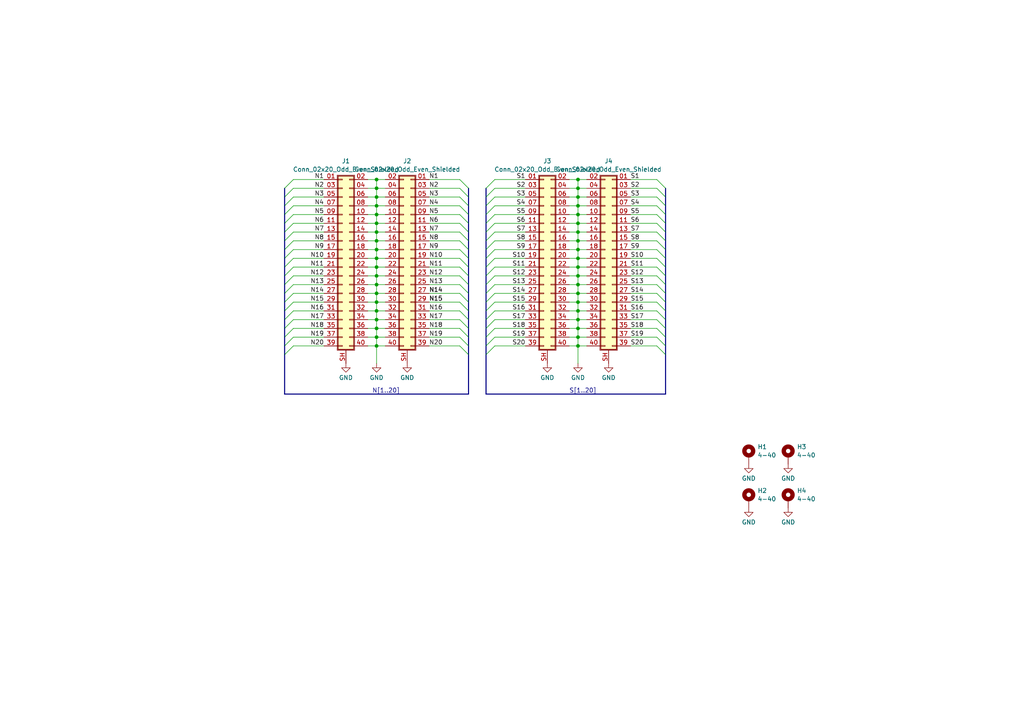
<source format=kicad_sch>
(kicad_sch (version 20230121) (generator eeschema)
  (paper "A4")
  (lib_symbols
    (symbol "Conn_02x20_Odd_Even_Shielded_1" (pin_names (offset 1.016) hide)
      (property "Reference" "J1" (at 1.27 28.2235 0))
      (property "Value" "Conn_02x20_Odd_Even_Shielded" (at 1.27 25.7993 0))
      (symbol "Conn_02x20_Odd_Even_Shielded_1_1_1"
        (rectangle (start -1.27 24.13) (end 3.81 -26.67) (stroke (width 0.1524)))
        (rectangle (start -1.016 -25.273) (end 0.254 -25.527) (stroke (width 0.1524)))
        (rectangle (start -1.016 -22.733) (end 0.254 -22.987) (stroke (width 0.1524)))
        (rectangle (start -1.016 -20.193) (end 0.254 -20.447) (stroke (width 0.1524)))
        (rectangle (start -1.016 -17.653) (end 0.254 -17.907) (stroke (width 0.1524)))
        (rectangle (start -1.016 -15.113) (end 0.254 -15.367) (stroke (width 0.1524)))
        (rectangle (start -1.016 -12.573) (end 0.254 -12.827) (stroke (width 0.1524)))
        (rectangle (start -1.016 -10.033) (end 0.254 -10.287) (stroke (width 0.1524)))
        (rectangle (start -1.016 -7.493) (end 0.254 -7.747) (stroke (width 0.1524)))
        (rectangle (start -1.016 -4.953) (end 0.254 -5.207) (stroke (width 0.1524)))
        (rectangle (start -1.016 -2.413) (end 0.254 -2.667) (stroke (width 0.1524)))
        (rectangle (start -1.016 0.127) (end 0.254 -0.127) (stroke (width 0.1524)))
        (rectangle (start -1.016 2.667) (end 0.254 2.413) (stroke (width 0.1524)))
        (rectangle (start -1.016 5.207) (end 0.254 4.953) (stroke (width 0.1524)))
        (rectangle (start -1.016 7.747) (end 0.254 7.493) (stroke (width 0.1524)))
        (rectangle (start -1.016 10.287) (end 0.254 10.033) (stroke (width 0.1524)))
        (rectangle (start -1.016 12.827) (end 0.254 12.573) (stroke (width 0.1524)))
        (rectangle (start -1.016 15.367) (end 0.254 15.113) (stroke (width 0.1524)))
        (rectangle (start -1.016 17.907) (end 0.254 17.653) (stroke (width 0.1524)))
        (rectangle (start -1.016 20.447) (end 0.254 20.193) (stroke (width 0.1524)))
        (rectangle (start -1.016 22.987) (end 0.254 22.733) (stroke (width 0.1524)))
        (rectangle (start -1.016 23.876) (end 3.556 -26.416) (stroke (width 0.254)) (fill (type background)))
        (rectangle (start 3.556 -25.273) (end 2.286 -25.527) (stroke (width 0.1524)))
        (rectangle (start 3.556 -22.733) (end 2.286 -22.987) (stroke (width 0.1524)))
        (rectangle (start 3.556 -20.193) (end 2.286 -20.447) (stroke (width 0.1524)))
        (rectangle (start 3.556 -17.653) (end 2.286 -17.907) (stroke (width 0.1524)))
        (rectangle (start 3.556 -15.113) (end 2.286 -15.367) (stroke (width 0.1524)))
        (rectangle (start 3.556 -12.573) (end 2.286 -12.827) (stroke (width 0.1524)))
        (rectangle (start 3.556 -10.033) (end 2.286 -10.287) (stroke (width 0.1524)))
        (rectangle (start 3.556 -7.493) (end 2.286 -7.747) (stroke (width 0.1524)))
        (rectangle (start 3.556 -4.953) (end 2.286 -5.207) (stroke (width 0.1524)))
        (rectangle (start 3.556 -2.413) (end 2.286 -2.667) (stroke (width 0.1524)))
        (rectangle (start 3.556 0.127) (end 2.286 -0.127) (stroke (width 0.1524)))
        (rectangle (start 3.556 2.667) (end 2.286 2.413) (stroke (width 0.1524)))
        (rectangle (start 3.556 5.207) (end 2.286 4.953) (stroke (width 0.1524)))
        (rectangle (start 3.556 7.747) (end 2.286 7.493) (stroke (width 0.1524)))
        (rectangle (start 3.556 10.287) (end 2.286 10.033) (stroke (width 0.1524)))
        (rectangle (start 3.556 12.827) (end 2.286 12.573) (stroke (width 0.1524)))
        (rectangle (start 3.556 15.367) (end 2.286 15.113) (stroke (width 0.1524)))
        (rectangle (start 3.556 17.907) (end 2.286 17.653) (stroke (width 0.1524)))
        (rectangle (start 3.556 20.447) (end 2.286 20.193) (stroke (width 0.1524)))
        (rectangle (start 3.556 22.987) (end 2.286 22.733) (stroke (width 0.1524)))
        (pin passive line (at -5.08 22.86 0) (length 4.064) (name "Pin_1") (number "01"))
        (pin passive line (at 7.62 22.86 180) (length 4.064) (name "Pin_2") (number "02"))
        (pin passive line (at -5.08 20.32 0) (length 4.064) (name "Pin_3") (number "03"))
        (pin passive line (at 7.62 20.32 180) (length 4.064) (name "Pin_4") (number "04"))
        (pin passive line (at -5.08 17.78 0) (length 4.064) (name "Pin_5") (number "05"))
        (pin passive line (at 7.62 17.78 180) (length 4.064) (name "Pin_6") (number "06"))
        (pin passive line (at -5.08 15.24 0) (length 4.064) (name "Pin_7") (number "07"))
        (pin passive line (at 7.62 15.24 180) (length 4.064) (name "Pin_8") (number "08"))
        (pin passive line (at -5.08 12.7 0) (length 4.064) (name "Pin_9") (number "09"))
        (pin passive line (at 7.62 12.7 180) (length 4.064) (name "Pin_10") (number "10"))
        (pin passive line (at -5.08 10.16 0) (length 4.064) (name "Pin_11") (number "11"))
        (pin passive line (at 7.62 10.16 180) (length 4.064) (name "Pin_12") (number "12"))
        (pin passive line (at -5.08 7.62 0) (length 4.064) (name "Pin_13") (number "13"))
        (pin passive line (at 7.62 7.62 180) (length 4.064) (name "Pin_14") (number "14"))
        (pin passive line (at -5.08 5.08 0) (length 4.064) (name "Pin_15") (number "15"))
        (pin passive line (at 7.62 5.08 180) (length 4.064) (name "Pin_16") (number "16"))
        (pin passive line (at -5.08 2.54 0) (length 4.064) (name "Pin_17") (number "17"))
        (pin passive line (at 7.62 2.54 180) (length 4.064) (name "Pin_18") (number "18"))
        (pin passive line (at -5.08 0 0) (length 4.064) (name "Pin_19") (number "19"))
        (pin passive line (at 7.62 0 180) (length 4.064) (name "Pin_20") (number "20"))
        (pin passive line (at -5.08 -2.54 0) (length 4.064) (name "Pin_21") (number "21"))
        (pin passive line (at 7.62 -2.54 180) (length 4.064) (name "Pin_22") (number "22"))
        (pin passive line (at -5.08 -5.08 0) (length 4.064) (name "Pin_23") (number "23"))
        (pin passive line (at 7.62 -5.08 180) (length 4.064) (name "Pin_24") (number "24"))
        (pin passive line (at -5.08 -7.62 0) (length 4.064) (name "Pin_25") (number "25"))
        (pin passive line (at 7.62 -7.62 180) (length 4.064) (name "Pin_26") (number "26"))
        (pin passive line (at -5.08 -10.16 0) (length 4.064) (name "Pin_27") (number "27"))
        (pin passive line (at 7.62 -10.16 180) (length 4.064) (name "Pin_28") (number "28"))
        (pin passive line (at -5.08 -12.7 0) (length 4.064) (name "Pin_29") (number "29"))
        (pin passive line (at 7.62 -12.7 180) (length 4.064) (name "Pin_30") (number "30"))
        (pin passive line (at -5.08 -15.24 0) (length 4.064) (name "Pin_31") (number "31"))
        (pin passive line (at 7.62 -15.24 180) (length 4.064) (name "Pin_32") (number "32"))
        (pin passive line (at -5.08 -17.78 0) (length 4.064) (name "Pin_33") (number "33"))
        (pin passive line (at 7.62 -17.78 180) (length 4.064) (name "Pin_34") (number "34"))
        (pin passive line (at -5.08 -20.32 0) (length 4.064) (name "Pin_35") (number "35"))
        (pin passive line (at 7.62 -20.32 180) (length 4.064) (name "Pin_36") (number "36"))
        (pin passive line (at -5.08 -22.86 0) (length 4.064) (name "Pin_37") (number "37"))
        (pin passive line (at 7.62 -22.86 180) (length 4.064) (name "Pin_38") (number "38"))
        (pin passive line (at -5.08 -25.4 0) (length 4.064) (name "Pin_39") (number "39"))
        (pin passive line (at 7.62 -25.4 180) (length 4.064) (name "Pin_40") (number "40"))
        (pin passive line (at 1.27 -30.48 90) (length 3.81) (name "Shield") (number "SH"))
      )
    )
    (symbol "Conn_02x20_Odd_Even_Shielded_2" (pin_names (offset 1.016) hide)
      (property "Reference" "J2" (at 1.27 28.2235 0))
      (property "Value" "Conn_02x20_Odd_Even_Shielded" (at 1.27 25.7993 0))
      (symbol "Conn_02x20_Odd_Even_Shielded_2_1_1"
        (rectangle (start -1.27 24.13) (end 3.81 -26.67) (stroke (width 0.1524)))
        (rectangle (start -1.016 -25.273) (end 0.254 -25.527) (stroke (width 0.1524)))
        (rectangle (start -1.016 -22.733) (end 0.254 -22.987) (stroke (width 0.1524)))
        (rectangle (start -1.016 -20.193) (end 0.254 -20.447) (stroke (width 0.1524)))
        (rectangle (start -1.016 -17.653) (end 0.254 -17.907) (stroke (width 0.1524)))
        (rectangle (start -1.016 -15.113) (end 0.254 -15.367) (stroke (width 0.1524)))
        (rectangle (start -1.016 -12.573) (end 0.254 -12.827) (stroke (width 0.1524)))
        (rectangle (start -1.016 -10.033) (end 0.254 -10.287) (stroke (width 0.1524)))
        (rectangle (start -1.016 -7.493) (end 0.254 -7.747) (stroke (width 0.1524)))
        (rectangle (start -1.016 -4.953) (end 0.254 -5.207) (stroke (width 0.1524)))
        (rectangle (start -1.016 -2.413) (end 0.254 -2.667) (stroke (width 0.1524)))
        (rectangle (start -1.016 0.127) (end 0.254 -0.127) (stroke (width 0.1524)))
        (rectangle (start -1.016 2.667) (end 0.254 2.413) (stroke (width 0.1524)))
        (rectangle (start -1.016 5.207) (end 0.254 4.953) (stroke (width 0.1524)))
        (rectangle (start -1.016 7.747) (end 0.254 7.493) (stroke (width 0.1524)))
        (rectangle (start -1.016 10.287) (end 0.254 10.033) (stroke (width 0.1524)))
        (rectangle (start -1.016 12.827) (end 0.254 12.573) (stroke (width 0.1524)))
        (rectangle (start -1.016 15.367) (end 0.254 15.113) (stroke (width 0.1524)))
        (rectangle (start -1.016 17.907) (end 0.254 17.653) (stroke (width 0.1524)))
        (rectangle (start -1.016 20.447) (end 0.254 20.193) (stroke (width 0.1524)))
        (rectangle (start -1.016 22.987) (end 0.254 22.733) (stroke (width 0.1524)))
        (rectangle (start -1.016 23.876) (end 3.556 -26.416) (stroke (width 0.254)) (fill (type background)))
        (rectangle (start 3.556 -25.273) (end 2.286 -25.527) (stroke (width 0.1524)))
        (rectangle (start 3.556 -22.733) (end 2.286 -22.987) (stroke (width 0.1524)))
        (rectangle (start 3.556 -20.193) (end 2.286 -20.447) (stroke (width 0.1524)))
        (rectangle (start 3.556 -17.653) (end 2.286 -17.907) (stroke (width 0.1524)))
        (rectangle (start 3.556 -15.113) (end 2.286 -15.367) (stroke (width 0.1524)))
        (rectangle (start 3.556 -12.573) (end 2.286 -12.827) (stroke (width 0.1524)))
        (rectangle (start 3.556 -10.033) (end 2.286 -10.287) (stroke (width 0.1524)))
        (rectangle (start 3.556 -7.493) (end 2.286 -7.747) (stroke (width 0.1524)))
        (rectangle (start 3.556 -4.953) (end 2.286 -5.207) (stroke (width 0.1524)))
        (rectangle (start 3.556 -2.413) (end 2.286 -2.667) (stroke (width 0.1524)))
        (rectangle (start 3.556 0.127) (end 2.286 -0.127) (stroke (width 0.1524)))
        (rectangle (start 3.556 2.667) (end 2.286 2.413) (stroke (width 0.1524)))
        (rectangle (start 3.556 5.207) (end 2.286 4.953) (stroke (width 0.1524)))
        (rectangle (start 3.556 7.747) (end 2.286 7.493) (stroke (width 0.1524)))
        (rectangle (start 3.556 10.287) (end 2.286 10.033) (stroke (width 0.1524)))
        (rectangle (start 3.556 12.827) (end 2.286 12.573) (stroke (width 0.1524)))
        (rectangle (start 3.556 15.367) (end 2.286 15.113) (stroke (width 0.1524)))
        (rectangle (start 3.556 17.907) (end 2.286 17.653) (stroke (width 0.1524)))
        (rectangle (start 3.556 20.447) (end 2.286 20.193) (stroke (width 0.1524)))
        (rectangle (start 3.556 22.987) (end 2.286 22.733) (stroke (width 0.1524)))
        (pin passive line (at -5.08 22.86 0) (length 4.064) (name "Pin_1") (number "01"))
        (pin passive line (at 7.62 22.86 180) (length 4.064) (name "Pin_2") (number "02"))
        (pin passive line (at -5.08 20.32 0) (length 4.064) (name "Pin_3") (number "03"))
        (pin passive line (at 7.62 20.32 180) (length 4.064) (name "Pin_4") (number "04"))
        (pin passive line (at -5.08 17.78 0) (length 4.064) (name "Pin_5") (number "05"))
        (pin passive line (at 7.62 17.78 180) (length 4.064) (name "Pin_6") (number "06"))
        (pin passive line (at -5.08 15.24 0) (length 4.064) (name "Pin_7") (number "07"))
        (pin passive line (at 7.62 15.24 180) (length 4.064) (name "Pin_8") (number "08"))
        (pin passive line (at -5.08 12.7 0) (length 4.064) (name "Pin_9") (number "09"))
        (pin passive line (at 7.62 12.7 180) (length 4.064) (name "Pin_10") (number "10"))
        (pin passive line (at -5.08 10.16 0) (length 4.064) (name "Pin_11") (number "11"))
        (pin passive line (at 7.62 10.16 180) (length 4.064) (name "Pin_12") (number "12"))
        (pin passive line (at -5.08 7.62 0) (length 4.064) (name "Pin_13") (number "13"))
        (pin passive line (at 7.62 7.62 180) (length 4.064) (name "Pin_14") (number "14"))
        (pin passive line (at -5.08 5.08 0) (length 4.064) (name "Pin_15") (number "15"))
        (pin passive line (at 7.62 5.08 180) (length 4.064) (name "Pin_16") (number "16"))
        (pin passive line (at -5.08 2.54 0) (length 4.064) (name "Pin_17") (number "17"))
        (pin passive line (at 7.62 2.54 180) (length 4.064) (name "Pin_18") (number "18"))
        (pin passive line (at -5.08 0 0) (length 4.064) (name "Pin_19") (number "19"))
        (pin passive line (at 7.62 0 180) (length 4.064) (name "Pin_20") (number "20"))
        (pin passive line (at -5.08 -2.54 0) (length 4.064) (name "Pin_21") (number "21"))
        (pin passive line (at 7.62 -2.54 180) (length 4.064) (name "Pin_22") (number "22"))
        (pin passive line (at -5.08 -5.08 0) (length 4.064) (name "Pin_23") (number "23"))
        (pin passive line (at 7.62 -5.08 180) (length 4.064) (name "Pin_24") (number "24"))
        (pin passive line (at -5.08 -7.62 0) (length 4.064) (name "Pin_25") (number "25"))
        (pin passive line (at 7.62 -7.62 180) (length 4.064) (name "Pin_26") (number "26"))
        (pin passive line (at -5.08 -10.16 0) (length 4.064) (name "Pin_27") (number "27"))
        (pin passive line (at 7.62 -10.16 180) (length 4.064) (name "Pin_28") (number "28"))
        (pin passive line (at -5.08 -12.7 0) (length 4.064) (name "Pin_29") (number "29"))
        (pin passive line (at 7.62 -12.7 180) (length 4.064) (name "Pin_30") (number "30"))
        (pin passive line (at -5.08 -15.24 0) (length 4.064) (name "Pin_31") (number "31"))
        (pin passive line (at 7.62 -15.24 180) (length 4.064) (name "Pin_32") (number "32"))
        (pin passive line (at -5.08 -17.78 0) (length 4.064) (name "Pin_33") (number "33"))
        (pin passive line (at 7.62 -17.78 180) (length 4.064) (name "Pin_34") (number "34"))
        (pin passive line (at -5.08 -20.32 0) (length 4.064) (name "Pin_35") (number "35"))
        (pin passive line (at 7.62 -20.32 180) (length 4.064) (name "Pin_36") (number "36"))
        (pin passive line (at -5.08 -22.86 0) (length 4.064) (name "Pin_37") (number "37"))
        (pin passive line (at 7.62 -22.86 180) (length 4.064) (name "Pin_38") (number "38"))
        (pin passive line (at -5.08 -25.4 0) (length 4.064) (name "Pin_39") (number "39"))
        (pin passive line (at 7.62 -25.4 180) (length 4.064) (name "Pin_40") (number "40"))
        (pin passive line (at 1.27 -30.48 90) (length 3.81) (name "Shield") (number "SH"))
      )
    )
    (symbol "Mechanical:MountingHole_Pad" (pin_numbers hide) (pin_names (offset 1.016) hide)
      (property "Reference" "H" (at 0 6.35 0))
      (property "Value" "MountingHole_Pad" (at 0 4.445 0))
      (symbol "MountingHole_Pad_0_1"
        (circle (center 0 1.27) (radius 1.27) (stroke (width 1.27)))
      )
      (symbol "MountingHole_Pad_1_1"
        (pin input line (at 0 -2.54 90) (length 2.54) (name "1") (number "1"))
      )
    )
    (symbol "power:GND" (power) (pin_names (offset 0))
      (property "Value" "GND" (at 0 -3.81 0))
      (symbol "GND_0_1"
        (polyline (pts (xy 0 0) (xy 0 -1.27) (xy 1.27 -1.27) (xy 0 -2.54) (xy -1.27 -1.27) (xy 0 -1.27)))
      )
      (symbol "GND_1_1"
        (pin power_in line (at 0 0 270) (length 0) hide (name "GND") (number "1"))
      )
    )
  )
  (junction (at 109.22 62.23))
  (junction (at 167.64 57.15))
  (junction (at 167.64 95.25))
  (junction (at 109.22 92.71))
  (junction (at 167.64 52.07))
  (junction (at 109.22 59.69))
  (junction (at 167.64 97.79))
  (junction (at 167.64 54.61))
  (junction (at 109.22 57.15))
  (junction (at 167.64 85.09))
  (junction (at 109.22 80.01))
  (junction (at 109.22 67.31))
  (junction (at 109.22 64.77))
  (junction (at 167.64 59.69))
  (junction (at 167.64 64.77))
  (junction (at 167.64 90.17))
  (junction (at 167.64 62.23))
  (junction (at 109.22 69.85))
  (junction (at 167.64 72.39))
  (junction (at 167.64 92.71))
  (junction (at 109.22 85.09))
  (junction (at 167.64 82.55))
  (junction (at 109.22 82.55))
  (junction (at 167.64 77.47))
  (junction (at 167.64 74.93))
  (junction (at 109.22 95.25))
  (junction (at 109.22 52.07))
  (junction (at 167.64 80.01))
  (junction (at 109.22 90.17))
  (junction (at 109.22 97.79))
  (junction (at 167.64 67.31))
  (junction (at 167.64 87.63))
  (junction (at 167.64 100.33))
  (junction (at 167.64 69.85))
  (junction (at 109.22 54.61))
  (junction (at 109.22 100.33))
  (junction (at 109.22 74.93))
  (junction (at 109.22 87.63))
  (junction (at 109.22 77.47))
  (junction (at 109.22 72.39))
  (bus_entry (at 140.97 77.47) (size 2.54 -2.54))
  (bus_entry (at 193.04 59.69) (size -2.54 -2.54))
  (bus_entry (at 140.97 90.17) (size 2.54 -2.54))
  (bus_entry (at 140.97 74.93) (size 2.54 -2.54))
  (bus_entry (at 140.97 87.63) (size 2.54 -2.54))
  (bus_entry (at 140.97 97.79) (size 2.54 -2.54))
  (bus_entry (at 135.89 69.85) (size -2.54 -2.54))
  (bus_entry (at 193.04 67.31) (size -2.54 -2.54))
  (bus_entry (at 140.97 92.71) (size 2.54 -2.54))
  (bus_entry (at 135.89 74.93) (size -2.54 -2.54))
  (bus_entry (at 193.04 92.71) (size -2.54 -2.54))
  (bus_entry (at 82.55 57.15) (size 2.54 -2.54))
  (bus_entry (at 140.97 72.39) (size 2.54 -2.54))
  (bus_entry (at 193.04 85.09) (size -2.54 -2.54))
  (bus_entry (at 140.97 82.55) (size 2.54 -2.54))
  (bus_entry (at 193.04 74.93) (size -2.54 -2.54))
  (bus_entry (at 193.04 100.33) (size -2.54 -2.54))
  (bus_entry (at 82.55 102.87) (size 2.54 -2.54))
  (bus_entry (at 135.89 72.39) (size -2.54 -2.54))
  (bus_entry (at 140.97 102.87) (size 2.54 -2.54))
  (bus_entry (at 193.04 72.39) (size -2.54 -2.54))
  (bus_entry (at 82.55 95.25) (size 2.54 -2.54))
  (bus_entry (at 193.04 95.25) (size -2.54 -2.54))
  (bus_entry (at 140.97 57.15) (size 2.54 -2.54))
  (bus_entry (at 82.55 82.55) (size 2.54 -2.54))
  (bus_entry (at 135.89 57.15) (size -2.54 -2.54))
  (bus_entry (at 135.89 54.61) (size -2.54 -2.54))
  (bus_entry (at 82.55 97.79) (size 2.54 -2.54))
  (bus_entry (at 193.04 57.15) (size -2.54 -2.54))
  (bus_entry (at 82.55 74.93) (size 2.54 -2.54))
  (bus_entry (at 135.89 92.71) (size -2.54 -2.54))
  (bus_entry (at 193.04 69.85) (size -2.54 -2.54))
  (bus_entry (at 140.97 62.23) (size 2.54 -2.54))
  (bus_entry (at 82.55 100.33) (size 2.54 -2.54))
  (bus_entry (at 135.89 82.55) (size -2.54 -2.54))
  (bus_entry (at 82.55 85.09) (size 2.54 -2.54))
  (bus_entry (at 140.97 59.69) (size 2.54 -2.54))
  (bus_entry (at 193.04 77.47) (size -2.54 -2.54))
  (bus_entry (at 193.04 80.01) (size -2.54 -2.54))
  (bus_entry (at 140.97 100.33) (size 2.54 -2.54))
  (bus_entry (at 193.04 64.77) (size -2.54 -2.54))
  (bus_entry (at 135.89 59.69) (size -2.54 -2.54))
  (bus_entry (at 82.55 67.31) (size 2.54 -2.54))
  (bus_entry (at 135.89 102.87) (size -2.54 -2.54))
  (bus_entry (at 135.89 87.63) (size -2.54 -2.54))
  (bus_entry (at 135.89 64.77) (size -2.54 -2.54))
  (bus_entry (at 135.89 67.31) (size -2.54 -2.54))
  (bus_entry (at 135.89 95.25) (size -2.54 -2.54))
  (bus_entry (at 140.97 69.85) (size 2.54 -2.54))
  (bus_entry (at 193.04 97.79) (size -2.54 -2.54))
  (bus_entry (at 193.04 102.87) (size -2.54 -2.54))
  (bus_entry (at 82.55 54.61) (size 2.54 -2.54))
  (bus_entry (at 140.97 80.01) (size 2.54 -2.54))
  (bus_entry (at 82.55 69.85) (size 2.54 -2.54))
  (bus_entry (at 193.04 82.55) (size -2.54 -2.54))
  (bus_entry (at 135.89 80.01) (size -2.54 -2.54))
  (bus_entry (at 193.04 54.61) (size -2.54 -2.54))
  (bus_entry (at 82.55 92.71) (size 2.54 -2.54))
  (bus_entry (at 135.89 100.33) (size -2.54 -2.54))
  (bus_entry (at 135.89 62.23) (size -2.54 -2.54))
  (bus_entry (at 135.89 85.09) (size -2.54 -2.54))
  (bus_entry (at 135.89 90.17) (size -2.54 -2.54))
  (bus_entry (at 140.97 85.09) (size 2.54 -2.54))
  (bus_entry (at 82.55 90.17) (size 2.54 -2.54))
  (bus_entry (at 140.97 54.61) (size 2.54 -2.54))
  (bus_entry (at 135.89 77.47) (size -2.54 -2.54))
  (bus_entry (at 193.04 90.17) (size -2.54 -2.54))
  (bus_entry (at 140.97 95.25) (size 2.54 -2.54))
  (bus_entry (at 82.55 87.63) (size 2.54 -2.54))
  (bus_entry (at 82.55 59.69) (size 2.54 -2.54))
  (bus_entry (at 82.55 72.39) (size 2.54 -2.54))
  (bus_entry (at 82.55 77.47) (size 2.54 -2.54))
  (bus_entry (at 140.97 64.77) (size 2.54 -2.54))
  (bus_entry (at 82.55 80.01) (size 2.54 -2.54))
  (bus_entry (at 140.97 67.31) (size 2.54 -2.54))
  (bus_entry (at 82.55 64.77) (size 2.54 -2.54))
  (bus_entry (at 193.04 87.63) (size -2.54 -2.54))
  (bus_entry (at 82.55 62.23) (size 2.54 -2.54))
  (bus_entry (at 135.89 97.79) (size -2.54 -2.54))
  (bus_entry (at 193.04 62.23) (size -2.54 -2.54))
  (wire (pts (xy 165.1 100.33) (xy 167.64 100.33)))
  (wire (pts (xy 109.22 87.63) (xy 111.76 87.63)))
  (bus (pts (xy 82.55 72.39) (xy 82.55 69.85)))
  (bus (pts (xy 193.04 54.61) (xy 193.04 57.15)))
  (bus (pts (xy 82.55 92.71) (xy 82.55 90.17)))
  (wire (pts (xy 93.98 77.47) (xy 85.09 77.47)))
  (wire (pts (xy 167.64 87.63) (xy 170.18 87.63)))
  (wire (pts (xy 109.22 72.39) (xy 111.76 72.39)))
  (wire (pts (xy 109.22 64.77) (xy 109.22 67.31)))
  (wire (pts (xy 106.68 54.61) (xy 109.22 54.61)))
  (bus (pts (xy 140.97 64.77) (xy 140.97 62.23)))
  (wire (pts (xy 106.68 100.33) (xy 109.22 100.33)))
  (bus (pts (xy 140.97 59.69) (xy 140.97 57.15)))
  (bus (pts (xy 82.55 77.47) (xy 82.55 74.93)))
  (wire (pts (xy 109.22 54.61) (xy 109.22 57.15)))
  (wire (pts (xy 167.64 92.71) (xy 170.18 92.71)))
  (wire (pts (xy 106.68 74.93) (xy 109.22 74.93)))
  (wire (pts (xy 182.88 57.15) (xy 190.5 57.15)))
  (wire (pts (xy 93.98 67.31) (xy 85.09 67.31)))
  (bus (pts (xy 135.89 77.47) (xy 135.89 80.01)))
  (bus (pts (xy 135.89 59.69) (xy 135.89 62.23)))
  (wire (pts (xy 167.64 57.15) (xy 167.64 59.69)))
  (wire (pts (xy 109.22 80.01) (xy 111.76 80.01)))
  (wire (pts (xy 152.4 52.07) (xy 143.51 52.07)))
  (wire (pts (xy 106.68 57.15) (xy 109.22 57.15)))
  (wire (pts (xy 182.88 69.85) (xy 190.5 69.85)))
  (wire (pts (xy 152.4 92.71) (xy 143.51 92.71)))
  (wire (pts (xy 109.22 95.25) (xy 111.76 95.25)))
  (wire (pts (xy 165.1 85.09) (xy 167.64 85.09)))
  (bus (pts (xy 193.04 74.93) (xy 193.04 77.47)))
  (wire (pts (xy 124.46 95.25) (xy 133.35 95.25)))
  (bus (pts (xy 82.55 82.55) (xy 82.55 80.01)))
  (wire (pts (xy 124.46 90.17) (xy 133.35 90.17)))
  (bus (pts (xy 193.04 57.15) (xy 193.04 59.69)))
  (wire (pts (xy 93.98 74.93) (xy 85.09 74.93)))
  (wire (pts (xy 124.46 57.15) (xy 133.35 57.15)))
  (bus (pts (xy 140.97 97.79) (xy 140.97 95.25)))
  (wire (pts (xy 93.98 54.61) (xy 85.09 54.61)))
  (wire (pts (xy 124.46 59.69) (xy 133.35 59.69)))
  (wire (pts (xy 109.22 67.31) (xy 109.22 69.85)))
  (bus (pts (xy 193.04 92.71) (xy 193.04 95.25)))
  (bus (pts (xy 193.04 69.85) (xy 193.04 72.39)))
  (wire (pts (xy 167.64 77.47) (xy 170.18 77.47)))
  (bus (pts (xy 193.04 85.09) (xy 193.04 87.63)))
  (wire (pts (xy 109.22 77.47) (xy 111.76 77.47)))
  (wire (pts (xy 167.64 74.93) (xy 170.18 74.93)))
  (wire (pts (xy 167.64 67.31) (xy 167.64 69.85)))
  (bus (pts (xy 135.89 82.55) (xy 135.89 85.09)))
  (wire (pts (xy 165.1 77.47) (xy 167.64 77.47)))
  (wire (pts (xy 106.68 90.17) (xy 109.22 90.17)))
  (bus (pts (xy 135.89 64.77) (xy 135.89 67.31)))
  (wire (pts (xy 152.4 82.55) (xy 143.51 82.55)))
  (wire (pts (xy 165.1 69.85) (xy 167.64 69.85)))
  (wire (pts (xy 167.64 87.63) (xy 167.64 90.17)))
  (wire (pts (xy 165.1 59.69) (xy 167.64 59.69)))
  (bus (pts (xy 135.89 97.79) (xy 135.89 100.33)))
  (wire (pts (xy 106.68 77.47) (xy 109.22 77.47)))
  (bus (pts (xy 135.89 62.23) (xy 135.89 64.77)))
  (wire (pts (xy 109.22 82.55) (xy 111.76 82.55)))
  (wire (pts (xy 165.1 80.01) (xy 167.64 80.01)))
  (wire (pts (xy 167.64 69.85) (xy 167.64 72.39)))
  (wire (pts (xy 165.1 95.25) (xy 167.64 95.25)))
  (wire (pts (xy 124.46 92.71) (xy 133.35 92.71)))
  (wire (pts (xy 182.88 59.69) (xy 190.5 59.69)))
  (wire (pts (xy 109.22 52.07) (xy 109.22 54.61)))
  (wire (pts (xy 152.4 95.25) (xy 143.51 95.25)))
  (wire (pts (xy 167.64 85.09) (xy 170.18 85.09)))
  (wire (pts (xy 93.98 59.69) (xy 85.09 59.69)))
  (wire (pts (xy 109.22 77.47) (xy 109.22 80.01)))
  (wire (pts (xy 152.4 85.09) (xy 143.51 85.09)))
  (bus (pts (xy 135.89 67.31) (xy 135.89 69.85)))
  (wire (pts (xy 167.64 90.17) (xy 170.18 90.17)))
  (wire (pts (xy 182.88 54.61) (xy 190.5 54.61)))
  (bus (pts (xy 140.97 102.87) (xy 140.97 100.33)))
  (bus (pts (xy 140.97 90.17) (xy 140.97 87.63)))
  (wire (pts (xy 93.98 57.15) (xy 85.09 57.15)))
  (bus (pts (xy 135.89 54.61) (xy 135.89 57.15)))
  (wire (pts (xy 167.64 52.07) (xy 170.18 52.07)))
  (wire (pts (xy 167.64 77.47) (xy 167.64 80.01)))
  (wire (pts (xy 152.4 97.79) (xy 143.51 97.79)))
  (wire (pts (xy 182.88 82.55) (xy 190.5 82.55)))
  (wire (pts (xy 165.1 97.79) (xy 167.64 97.79)))
  (wire (pts (xy 93.98 87.63) (xy 85.09 87.63)))
  (bus (pts (xy 82.55 95.25) (xy 82.55 92.71)))
  (wire (pts (xy 152.4 54.61) (xy 143.51 54.61)))
  (wire (pts (xy 167.64 69.85) (xy 170.18 69.85)))
  (bus (pts (xy 140.97 57.15) (xy 140.97 54.61)))
  (wire (pts (xy 167.64 59.69) (xy 167.64 62.23)))
  (bus (pts (xy 135.89 92.71) (xy 135.89 95.25)))
  (wire (pts (xy 167.64 97.79) (xy 170.18 97.79)))
  (bus (pts (xy 193.04 87.63) (xy 193.04 90.17)))
  (wire (pts (xy 109.22 85.09) (xy 109.22 87.63)))
  (wire (pts (xy 167.64 82.55) (xy 167.64 85.09)))
  (wire (pts (xy 124.46 62.23) (xy 133.35 62.23)))
  (wire (pts (xy 124.46 100.33) (xy 133.35 100.33)))
  (wire (pts (xy 109.22 74.93) (xy 111.76 74.93)))
  (wire (pts (xy 109.22 59.69) (xy 111.76 59.69)))
  (wire (pts (xy 182.88 74.93) (xy 190.5 74.93)))
  (wire (pts (xy 152.4 80.01) (xy 143.51 80.01)))
  (wire (pts (xy 109.22 69.85) (xy 111.76 69.85)))
  (wire (pts (xy 124.46 72.39) (xy 133.35 72.39)))
  (wire (pts (xy 165.1 52.07) (xy 167.64 52.07)))
  (wire (pts (xy 152.4 59.69) (xy 143.51 59.69)))
  (wire (pts (xy 167.64 95.25) (xy 167.64 97.79)))
  (wire (pts (xy 109.22 92.71) (xy 109.22 95.25)))
  (wire (pts (xy 167.64 62.23) (xy 167.64 64.77)))
  (bus (pts (xy 135.89 57.15) (xy 135.89 59.69)))
  (wire (pts (xy 167.64 74.93) (xy 167.64 77.47)))
  (wire (pts (xy 167.64 82.55) (xy 170.18 82.55)))
  (bus (pts (xy 82.55 59.69) (xy 82.55 57.15)))
  (bus (pts (xy 193.04 80.01) (xy 193.04 82.55)))
  (bus (pts (xy 140.97 85.09) (xy 140.97 82.55)))
  (wire (pts (xy 109.22 74.93) (xy 109.22 77.47)))
  (wire (pts (xy 182.88 87.63) (xy 190.5 87.63)))
  (bus (pts (xy 140.97 67.31) (xy 140.97 64.77)))
  (wire (pts (xy 152.4 87.63) (xy 143.51 87.63)))
  (wire (pts (xy 124.46 69.85) (xy 133.35 69.85)))
  (wire (pts (xy 109.22 69.85) (xy 109.22 72.39)))
  (wire (pts (xy 124.46 74.93) (xy 133.35 74.93)))
  (wire (pts (xy 109.22 52.07) (xy 111.76 52.07)))
  (wire (pts (xy 167.64 72.39) (xy 170.18 72.39)))
  (wire (pts (xy 93.98 72.39) (xy 85.09 72.39)))
  (bus (pts (xy 140.97 74.93) (xy 140.97 72.39)))
  (bus (pts (xy 140.97 69.85) (xy 140.97 67.31)))
  (bus (pts (xy 135.89 102.87) (xy 135.89 114.3)))
  (wire (pts (xy 165.1 57.15) (xy 167.64 57.15)))
  (wire (pts (xy 124.46 64.77) (xy 133.35 64.77)))
  (wire (pts (xy 152.4 77.47) (xy 143.51 77.47)))
  (wire (pts (xy 167.64 85.09) (xy 167.64 87.63)))
  (bus (pts (xy 193.04 64.77) (xy 193.04 67.31)))
  (bus (pts (xy 135.89 87.63) (xy 135.89 90.17)))
  (bus (pts (xy 82.55 80.01) (xy 82.55 77.47)))
  (wire (pts (xy 93.98 90.17) (xy 85.09 90.17)))
  (wire (pts (xy 109.22 64.77) (xy 111.76 64.77)))
  (wire (pts (xy 167.64 100.33) (xy 170.18 100.33)))
  (wire (pts (xy 106.68 72.39) (xy 109.22 72.39)))
  (bus (pts (xy 135.89 90.17) (xy 135.89 92.71)))
  (bus (pts (xy 82.55 87.63) (xy 82.55 85.09)))
  (wire (pts (xy 93.98 69.85) (xy 85.09 69.85)))
  (wire (pts (xy 109.22 82.55) (xy 109.22 85.09)))
  (wire (pts (xy 106.68 62.23) (xy 109.22 62.23)))
  (wire (pts (xy 167.64 54.61) (xy 167.64 57.15)))
  (bus (pts (xy 193.04 82.55) (xy 193.04 85.09)))
  (bus (pts (xy 82.55 74.93) (xy 82.55 72.39)))
  (wire (pts (xy 165.1 87.63) (xy 167.64 87.63)))
  (wire (pts (xy 109.22 92.71) (xy 111.76 92.71)))
  (wire (pts (xy 167.64 80.01) (xy 167.64 82.55)))
  (wire (pts (xy 167.64 92.71) (xy 167.64 95.25)))
  (bus (pts (xy 140.97 114.3) (xy 140.97 102.87)))
  (wire (pts (xy 106.68 85.09) (xy 109.22 85.09)))
  (wire (pts (xy 93.98 80.01) (xy 85.09 80.01)))
  (wire (pts (xy 109.22 80.01) (xy 109.22 82.55)))
  (bus (pts (xy 193.04 97.79) (xy 193.04 100.33)))
  (wire (pts (xy 182.88 67.31) (xy 190.5 67.31)))
  (wire (pts (xy 109.22 57.15) (xy 109.22 59.69)))
  (wire (pts (xy 152.4 57.15) (xy 143.51 57.15)))
  (bus (pts (xy 82.55 64.77) (xy 82.55 62.23)))
  (wire (pts (xy 93.98 85.09) (xy 85.09 85.09)))
  (bus (pts (xy 135.89 69.85) (xy 135.89 72.39)))
  (wire (pts (xy 152.4 67.31) (xy 143.51 67.31)))
  (wire (pts (xy 167.64 95.25) (xy 170.18 95.25)))
  (bus (pts (xy 193.04 90.17) (xy 193.04 92.71)))
  (wire (pts (xy 165.1 72.39) (xy 167.64 72.39)))
  (wire (pts (xy 93.98 82.55) (xy 85.09 82.55)))
  (wire (pts (xy 167.64 57.15) (xy 170.18 57.15)))
  (wire (pts (xy 182.88 62.23) (xy 190.5 62.23)))
  (bus (pts (xy 82.55 85.09) (xy 82.55 82.55)))
  (wire (pts (xy 93.98 97.79) (xy 85.09 97.79)))
  (wire (pts (xy 182.88 90.17) (xy 190.5 90.17)))
  (bus (pts (xy 82.55 102.87) (xy 82.55 100.33)))
  (wire (pts (xy 167.64 105.41) (xy 167.64 100.33)))
  (bus (pts (xy 82.55 90.17) (xy 82.55 87.63)))
  (wire (pts (xy 165.1 92.71) (xy 167.64 92.71)))
  (wire (pts (xy 182.88 92.71) (xy 190.5 92.71)))
  (bus (pts (xy 140.97 82.55) (xy 140.97 80.01)))
  (wire (pts (xy 124.46 87.63) (xy 133.35 87.63)))
  (wire (pts (xy 182.88 80.01) (xy 190.5 80.01)))
  (wire (pts (xy 109.22 87.63) (xy 109.22 90.17)))
  (bus (pts (xy 193.04 102.87) (xy 193.04 114.3)))
  (bus (pts (xy 193.04 100.33) (xy 193.04 102.87)))
  (bus (pts (xy 193.04 77.47) (xy 193.04 80.01)))
  (wire (pts (xy 165.1 67.31) (xy 167.64 67.31)))
  (bus (pts (xy 140.97 100.33) (xy 140.97 97.79)))
  (bus (pts (xy 135.89 100.33) (xy 135.89 102.87)))
  (bus (pts (xy 82.55 97.79) (xy 82.55 95.25)))
  (wire (pts (xy 167.64 97.79) (xy 167.64 100.33)))
  (bus (pts (xy 193.04 67.31) (xy 193.04 69.85)))
  (wire (pts (xy 109.22 62.23) (xy 109.22 64.77)))
  (wire (pts (xy 106.68 80.01) (xy 109.22 80.01)))
  (wire (pts (xy 182.88 72.39) (xy 190.5 72.39)))
  (wire (pts (xy 109.22 67.31) (xy 111.76 67.31)))
  (bus (pts (xy 135.89 85.09) (xy 135.89 87.63)))
  (wire (pts (xy 124.46 77.47) (xy 133.35 77.47)))
  (wire (pts (xy 152.4 74.93) (xy 143.51 74.93)))
  (wire (pts (xy 93.98 92.71) (xy 85.09 92.71)))
  (wire (pts (xy 109.22 97.79) (xy 111.76 97.79)))
  (wire (pts (xy 106.68 52.07) (xy 109.22 52.07)))
  (bus (pts (xy 140.97 95.25) (xy 140.97 92.71)))
  (bus (pts (xy 135.89 80.01) (xy 135.89 82.55)))
  (wire (pts (xy 167.64 64.77) (xy 167.64 67.31)))
  (wire (pts (xy 109.22 95.25) (xy 109.22 97.79)))
  (wire (pts (xy 165.1 74.93) (xy 167.64 74.93)))
  (wire (pts (xy 165.1 62.23) (xy 167.64 62.23)))
  (wire (pts (xy 109.22 97.79) (xy 109.22 100.33)))
  (wire (pts (xy 93.98 64.77) (xy 85.09 64.77)))
  (wire (pts (xy 124.46 80.01) (xy 133.35 80.01)))
  (wire (pts (xy 93.98 52.07) (xy 85.09 52.07)))
  (wire (pts (xy 109.22 100.33) (xy 111.76 100.33)))
  (wire (pts (xy 152.4 69.85) (xy 143.51 69.85)))
  (wire (pts (xy 165.1 54.61) (xy 167.64 54.61)))
  (wire (pts (xy 124.46 82.55) (xy 133.35 82.55)))
  (wire (pts (xy 109.22 59.69) (xy 109.22 62.23)))
  (wire (pts (xy 106.68 97.79) (xy 109.22 97.79)))
  (wire (pts (xy 106.68 69.85) (xy 109.22 69.85)))
  (wire (pts (xy 124.46 97.79) (xy 133.35 97.79)))
  (wire (pts (xy 152.4 64.77) (xy 143.51 64.77)))
  (bus (pts (xy 193.04 59.69) (xy 193.04 62.23)))
  (wire (pts (xy 152.4 100.33) (xy 143.51 100.33)))
  (wire (pts (xy 124.46 52.07) (xy 133.35 52.07)))
  (wire (pts (xy 109.22 57.15) (xy 111.76 57.15)))
  (bus (pts (xy 135.89 72.39) (xy 135.89 74.93)))
  (wire (pts (xy 93.98 62.23) (xy 85.09 62.23)))
  (wire (pts (xy 167.64 62.23) (xy 170.18 62.23)))
  (bus (pts (xy 135.89 95.25) (xy 135.89 97.79)))
  (wire (pts (xy 109.22 90.17) (xy 111.76 90.17)))
  (wire (pts (xy 152.4 72.39) (xy 143.51 72.39)))
  (wire (pts (xy 106.68 92.71) (xy 109.22 92.71)))
  (bus (pts (xy 82.55 57.15) (xy 82.55 54.61)))
  (wire (pts (xy 182.88 97.79) (xy 190.5 97.79)))
  (wire (pts (xy 93.98 95.25) (xy 85.09 95.25)))
  (wire (pts (xy 109.22 85.09) (xy 111.76 85.09)))
  (wire (pts (xy 182.88 100.33) (xy 190.5 100.33)))
  (wire (pts (xy 109.22 62.23) (xy 111.76 62.23)))
  (wire (pts (xy 182.88 77.47) (xy 190.5 77.47)))
  (bus (pts (xy 193.04 95.25) (xy 193.04 97.79)))
  (bus (pts (xy 140.97 72.39) (xy 140.97 69.85)))
  (bus (pts (xy 140.97 87.63) (xy 140.97 85.09)))
  (bus (pts (xy 193.04 72.39) (xy 193.04 74.93)))
  (wire (pts (xy 106.68 87.63) (xy 109.22 87.63)))
  (wire (pts (xy 124.46 85.09) (xy 133.35 85.09)))
  (wire (pts (xy 167.64 64.77) (xy 170.18 64.77)))
  (wire (pts (xy 152.4 90.17) (xy 143.51 90.17)))
  (wire (pts (xy 106.68 95.25) (xy 109.22 95.25)))
  (wire (pts (xy 106.68 64.77) (xy 109.22 64.77)))
  (wire (pts (xy 165.1 82.55) (xy 167.64 82.55)))
  (bus (pts (xy 140.97 62.23) (xy 140.97 59.69)))
  (wire (pts (xy 165.1 64.77) (xy 167.64 64.77)))
  (bus (pts (xy 135.89 114.3) (xy 82.55 114.3)))
  (bus (pts (xy 82.55 100.33) (xy 82.55 97.79)))
  (bus (pts (xy 193.04 62.23) (xy 193.04 64.77)))
  (wire (pts (xy 109.22 105.41) (xy 109.22 100.33)))
  (wire (pts (xy 106.68 59.69) (xy 109.22 59.69)))
  (bus (pts (xy 82.55 114.3) (xy 82.55 102.87)))
  (bus (pts (xy 82.55 69.85) (xy 82.55 67.31)))
  (wire (pts (xy 167.64 90.17) (xy 167.64 92.71)))
  (bus (pts (xy 140.97 80.01) (xy 140.97 77.47)))
  (bus (pts (xy 193.04 114.3) (xy 140.97 114.3)))
  (wire (pts (xy 106.68 82.55) (xy 109.22 82.55)))
  (wire (pts (xy 165.1 90.17) (xy 167.64 90.17)))
  (wire (pts (xy 167.64 52.07) (xy 167.64 54.61)))
  (wire (pts (xy 167.64 59.69) (xy 170.18 59.69)))
  (wire (pts (xy 109.22 54.61) (xy 111.76 54.61)))
  (wire (pts (xy 109.22 72.39) (xy 109.22 74.93)))
  (wire (pts (xy 167.64 72.39) (xy 167.64 74.93)))
  (wire (pts (xy 182.88 52.07) (xy 190.5 52.07)))
  (wire (pts (xy 93.98 100.33) (xy 85.09 100.33)))
  (wire (pts (xy 124.46 54.61) (xy 133.35 54.61)))
  (bus (pts (xy 135.89 74.93) (xy 135.89 77.47)))
  (bus (pts (xy 140.97 77.47) (xy 140.97 74.93)))
  (wire (pts (xy 109.22 90.17) (xy 109.22 92.71)))
  (wire (pts (xy 182.88 95.25) (xy 190.5 95.25)))
  (wire (pts (xy 167.64 54.61) (xy 170.18 54.61)))
  (wire (pts (xy 182.88 64.77) (xy 190.5 64.77)))
  (bus (pts (xy 82.55 67.31) (xy 82.55 64.77)))
  (bus (pts (xy 82.55 62.23) (xy 82.55 59.69)))
  (wire (pts (xy 124.46 67.31) (xy 133.35 67.31)))
  (wire (pts (xy 182.88 85.09) (xy 190.5 85.09)))
  (wire (pts (xy 106.68 67.31) (xy 109.22 67.31)))
  (wire (pts (xy 152.4 62.23) (xy 143.51 62.23)))
  (wire (pts (xy 167.64 67.31) (xy 170.18 67.31)))
  (wire (pts (xy 167.64 80.01) (xy 170.18 80.01)))
  (bus (pts (xy 140.97 92.71) (xy 140.97 90.17)))
  (label "N5" (at 124.46 62.23 0))
  (label "N16" (at 124.46 90.17 0))
  (label "S1" (at 182.88 52.07 0))
  (label "N15" (at 93.98 87.63 180))
  (label "S20" (at 152.4 100.33 180))
  (label "S8" (at 152.4 69.85 180))
  (label "S16" (at 182.88 90.17 0))
  (label "N19" (at 124.46 97.79 0))
  (label "S12" (at 182.88 80.01 0))
  (label "S9" (at 182.88 72.39 0))
  (label "S11" (at 152.4 77.47 180))
  (label "N14" (at 124.46 85.09 0))
  (label "N8" (at 124.46 69.85 0))
  (label "N18" (at 93.98 95.25 180))
  (label "N7" (at 124.46 67.31 0))
  (label "N18" (at 124.46 95.25 0))
  (label "N6" (at 93.98 64.77 180))
  (label "N16" (at 93.98 90.17 180))
  (label "N4" (at 124.46 59.69 0))
  (label "S3" (at 182.88 57.15 0))
  (label "S4" (at 152.4 59.69 180))
  (label "S14" (at 152.4 85.09 180))
  (label "S6" (at 152.4 64.77 180))
  (label "S1" (at 152.4 52.07 180))
  (label "S7" (at 152.4 67.31 180))
  (label "S13" (at 182.88 82.55 0))
  (label "N17" (at 93.98 92.71 180))
  (label "N3" (at 93.98 57.15 180))
  (label "N12" (at 93.98 80.01 180))
  (label "S20" (at 182.88 100.33 0))
  (label "N1" (at 124.46 52.07 0))
  (label "N15" (at 124.46 87.63 0))
  (label "N2" (at 124.46 54.61 0))
  (label "S16" (at 152.4 90.17 180))
  (label "S5" (at 152.4 62.23 180))
  (label "N14" (at 124.46 85.09 0))
  (label "N17" (at 124.46 92.71 0))
  (label "S18" (at 152.4 95.25 180))
  (label "N4" (at 93.98 59.69 180))
  (label "N11" (at 124.46 77.47 0))
  (label "S10" (at 152.4 74.93 180))
  (label "S19" (at 152.4 97.79 180))
  (label "S8" (at 182.88 69.85 0))
  (label "S15" (at 152.4 87.63 180))
  (label "S10" (at 182.88 74.93 0))
  (label "N5" (at 93.98 62.23 180))
  (label "S3" (at 152.4 57.15 180))
  (label "S2" (at 182.88 54.61 0))
  (label "S4" (at 182.88 59.69 0))
  (label "N[1..20]" (at 107.95 114.3 0))
  (label "N10" (at 124.46 74.93 0))
  (label "N11" (at 93.98 77.47 180))
  (label "S13" (at 152.4 82.55 180))
  (label "S14" (at 182.88 85.09 0))
  (label "N3" (at 124.46 57.15 0))
  (label "N1" (at 93.98 52.07 180))
  (label "N7" (at 93.98 67.31 180))
  (label "S2" (at 152.4 54.61 180))
  (label "S17" (at 182.88 92.71 0))
  (label "N10" (at 93.98 74.93 180))
  (label "N15" (at 124.46 87.63 0))
  (label "S12" (at 152.4 80.01 180))
  (label "S7" (at 182.88 67.31 0))
  (label "N6" (at 124.46 64.77 0))
  (label "S17" (at 152.4 92.71 180))
  (label "N9" (at 124.46 72.39 0))
  (label "S9" (at 152.4 72.39 180))
  (label "S11" (at 182.88 77.47 0))
  (label "N13" (at 124.46 82.55 0))
  (label "N20" (at 93.98 100.33 180))
  (label "N12" (at 124.46 80.01 0))
  (label "S19" (at 182.88 97.79 0))
  (label "N2" (at 93.98 54.61 180))
  (label "N14" (at 93.98 85.09 180))
  (label "S5" (at 182.88 62.23 0))
  (label "N13" (at 93.98 82.55 180))
  (label "S6" (at 182.88 64.77 0))
  (label "N8" (at 93.98 69.85 180))
  (label "N19" (at 93.98 97.79 180))
  (label "N9" (at 93.98 72.39 180))
  (label "N20" (at 124.46 100.33 0))
  (label "S[1..20]" (at 165.1 114.3 0))
  (label "S15" (at 182.88 87.63 0))
  (label "S18" (at 182.88 95.25 0))
  (symbol (lib_id "Mechanical:MountingHole_Pad") (at 228.6 132.08 0) (unit 1)
    (property "Reference" "H3" (at 231.14 129.5979 0) (effects (justify left)))
    (property "Value" "4-40" (at 231.14 132.0221 0) (effects (justify left)))
    (property "Footprint" "MountingHole:MountingHole_3.7mm" (effects hide))
  )
  (symbol (lib_id "power:GND") (at 176.53 105.41 0) (mirror y) (unit 1)
    (property "Reference" "#PWR04" (effects hide))
    (property "Value" "GND" (at 176.53 109.5431 0))
  )
  (symbol (lib_name "Conn_02x20_Odd_Even_Shielded_1") (lib_id "Connector_Generic_Shielded:Conn_02x20_Odd_Even_Shielded") (at 99.06 74.93 0) (unit 1)
    (property "Reference" "J1" (at 100.33 46.7065 0))
    (property "Value" "Conn_02x20_Odd_Even_Shielded" (at 100.33 49.1307 0))
    (property "Footprint" "Alex_LSHM:LSHM-120-02.5-L-DV-A-S" (effects hide))
  )
  (symbol (lib_name "Conn_02x20_Odd_Even_Shielded_2") (lib_id "Connector_Generic_Shielded:Conn_02x20_Odd_Even_Shielded") (at 119.38 74.93 0) (mirror y) (unit 1)
    (property "Reference" "J2" (at 118.11 46.7065 0))
    (property "Value" "Conn_02x20_Odd_Even_Shielded" (at 118.11 49.1307 0))
    (property "Footprint" "Alex_LSHM:LSHM-120-01-L-RH-A-S" (effects hide))
  )
  (symbol (lib_id "power:GND") (at 167.64 105.41 0) (mirror y) (unit 1)
    (property "Reference" "#PWR010" (effects hide))
    (property "Value" "GND" (at 167.64 109.5431 0))
  )
  (symbol (lib_id "power:GND") (at 118.11 105.41 0) (mirror y) (unit 1)
    (property "Reference" "#PWR02" (effects hide))
    (property "Value" "GND" (at 118.11 109.5431 0))
  )
  (symbol (lib_id "power:GND") (at 217.17 147.32 0) (unit 1)
    (property "Reference" "#PWR06" (effects hide))
    (property "Value" "GND" (at 217.17 151.4531 0))
  )
  (symbol (lib_id "power:GND") (at 109.22 105.41 0) (mirror y) (unit 1)
    (property "Reference" "#PWR09" (effects hide))
    (property "Value" "GND" (at 109.22 109.5431 0))
  )
  (symbol (lib_name "Conn_02x20_Odd_Even_Shielded_2") (lib_id "Connector_Generic_Shielded:Conn_02x20_Odd_Even_Shielded") (at 177.8 74.93 0) (mirror y) (unit 1)
    (property "Reference" "J4" (at 176.53 46.7065 0))
    (property "Value" "Conn_02x20_Odd_Even_Shielded" (at 176.53 49.1307 0))
    (property "Footprint" "Alex_LSHM:LSHM-120-01-L-RH-A-S" (effects hide))
  )
  (symbol (lib_id "Mechanical:MountingHole_Pad") (at 228.6 144.78 0) (unit 1)
    (property "Reference" "H4" (at 231.14 142.2979 0) (effects (justify left)))
    (property "Value" "4-40" (at 231.14 144.7221 0) (effects (justify left)))
    (property "Footprint" "MountingHole:MountingHole_3.7mm" (effects hide))
  )
  (symbol (lib_name "Conn_02x20_Odd_Even_Shielded_1") (lib_id "Connector_Generic_Shielded:Conn_02x20_Odd_Even_Shielded") (at 157.48 74.93 0) (unit 1)
    (property "Reference" "J3" (at 158.75 46.7065 0))
    (property "Value" "Conn_02x20_Odd_Even_Shielded" (at 158.75 49.1307 0))
    (property "Footprint" "Alex_LSHM:LSHM-120-02.5-L-DV-A-S" (effects hide))
  )
  (symbol (lib_id "power:GND") (at 228.6 134.62 0) (unit 1)
    (property "Reference" "#PWR07" (effects hide))
    (property "Value" "GND" (at 228.6 138.7531 0))
  )
  (symbol (lib_id "power:GND") (at 228.6 147.32 0) (unit 1)
    (property "Reference" "#PWR08" (effects hide))
    (property "Value" "GND" (at 228.6 151.4531 0))
  )
  (symbol (lib_id "power:GND") (at 100.33 105.41 0) (unit 1)
    (property "Reference" "#PWR01" (effects hide))
    (property "Value" "GND" (at 100.33 109.5431 0))
  )
  (symbol (lib_id "power:GND") (at 217.17 134.62 0) (unit 1)
    (property "Reference" "#PWR05" (effects hide))
    (property "Value" "GND" (at 217.17 138.7531 0))
  )
  (symbol (lib_id "Mechanical:MountingHole_Pad") (at 217.17 132.08 0) (unit 1)
    (property "Reference" "H1" (at 219.71 129.5979 0) (effects (justify left)))
    (property "Value" "4-40" (at 219.71 132.0221 0) (effects (justify left)))
    (property "Footprint" "MountingHole:MountingHole_3.7mm" (effects hide))
  )
  (symbol (lib_id "power:GND") (at 158.75 105.41 0) (unit 1)
    (property "Reference" "#PWR03" (effects hide))
    (property "Value" "GND" (at 158.75 109.5431 0))
  )
  (symbol (lib_id "Mechanical:MountingHole_Pad") (at 217.17 144.78 0) (unit 1)
    (property "Reference" "H2" (at 219.71 142.2979 0) (effects (justify left)))
    (property "Value" "4-40" (at 219.71 144.7221 0) (effects (justify left)))
    (property "Footprint" "MountingHole:MountingHole_3.7mm" (effects hide))
  )
)
</source>
